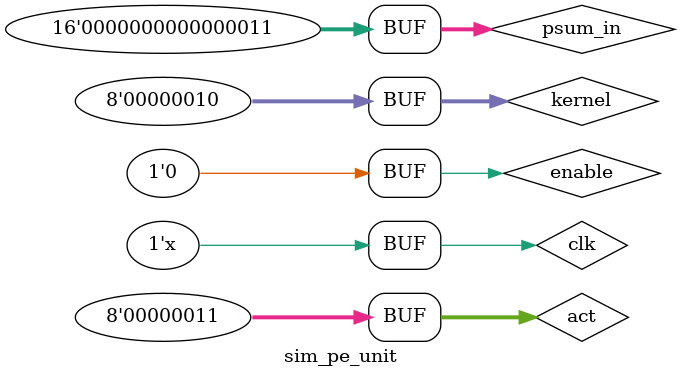
<source format=v>
`timescale 1ns / 1ps


module sim_pe_unit();

reg						clk;
reg 					reset;
reg						enable;

reg			[7:0]		kernel;
reg			[7:0]		act;
reg			[15:0]		psum_in;

wire					end_signal;
wire		[15:0]		psum_out;

initial
begin
	#1	clk <= 1'b0;
		kernel <= 8'h02;
		act	<= 8'h03;
		enable <= 1'b0;
		psum_in <= 16'h03;
	#10	clk <= 1'b1;
		enable <= 1'b1;
	#10	enable <= 1'b0;
		clk <= 1'b0;
end

always
begin
	#100	clk <= ~clk;
			
end

pe_unit U1(
	.clk			(clk),
	.reset			(reset),
	.enable			(enable),
	.kernel			(kernel),
	.act 			(act),
	.psum_in		(psum_in),
	.end_signal		(end_signal),
	.psum_out		(psum_out));
endmodule

</source>
